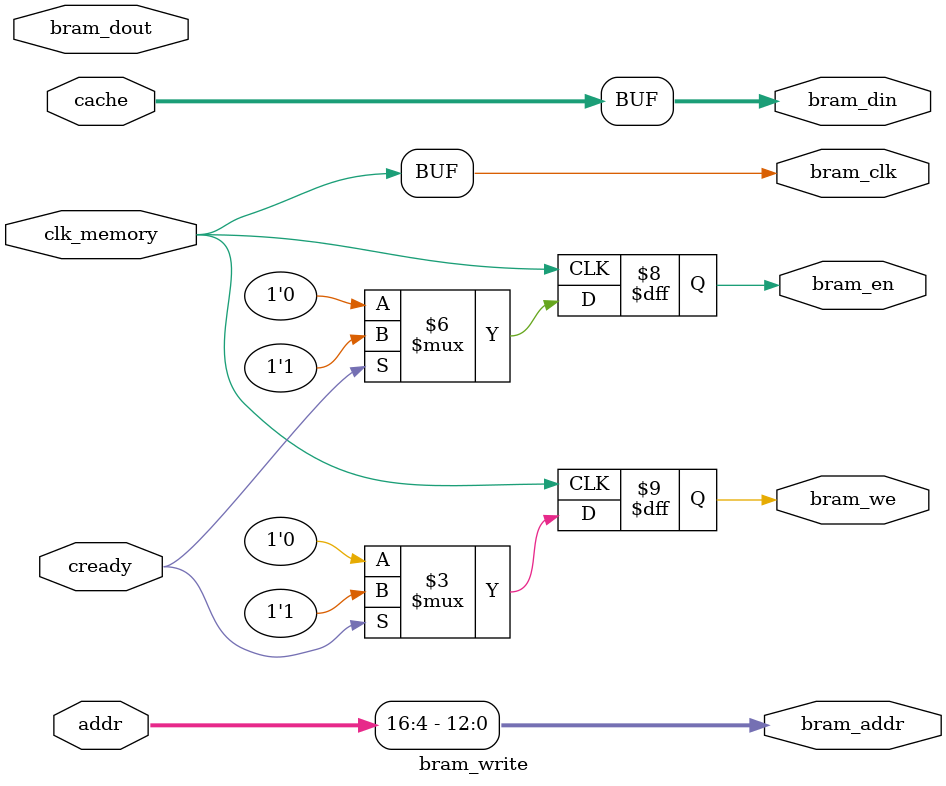
<source format=v>
`timescale 1ns / 1ps


module bram_write(
(* X_INTERFACE_INFO = "xilinx.com:interface:bram:1.0 bram ADDR" *)
(* X_INTERFACE_MODE = "MASTER" *)
    output      [12:0]  bram_addr,
(* X_INTERFACE_INFO = "xilinx.com:interface:bram:1.0 bram CLK" *)
    output              bram_clk,
(* X_INTERFACE_INFO = "xilinx.com:interface:bram:1.0 bram DIN" *)
    output      [63:0]  bram_din,
(* X_INTERFACE_INFO = "xilinx.com:interface:bram:1.0 bram DOUT" *)
    input       [63:0]  bram_dout,    
(* X_INTERFACE_INFO = "xilinx.com:interface:bram:1.0 bram EN" *)
    output reg          bram_en,
(* X_INTERFACE_INFO = "xilinx.com:interface:bram:1.0 bram WE" *)
    output reg  [0:0]   bram_we,
    
    input       [20:3]  addr,
    input       [63:0]  cache,
    input               cready,
    
(* X_INTERFACE_INFO = "xilinx.com:signal:clock:1.0 clk_memory CLK" *)
    input               clk_memory   
    );
    
    assign  bram_clk  = clk_memory;
    
    assign  bram_addr   = addr[16:4]; 
    assign  bram_din    = cache;
    
    
    always @(posedge clk_memory)
    begin
        if (cready)
        begin
            bram_en     <= 1'b1;
            bram_we[0]  <= 1'b1;
        end else begin
            bram_en     <= 1'b0;
            bram_we[0]  <= 1'b0;
        end
    end
    
endmodule

</source>
